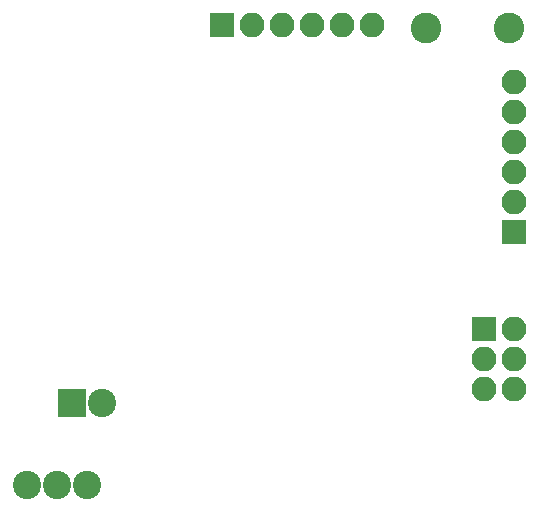
<source format=gbs>
%TF.GenerationSoftware,KiCad,Pcbnew,4.0.7*%
%TF.CreationDate,2018-10-18T17:54:17-04:00*%
%TF.ProjectId,GCEW_Glove,474345575F476C6F76652E6B69636164,1*%
%TF.FileFunction,Soldermask,Bot*%
%FSLAX46Y46*%
G04 Gerber Fmt 4.6, Leading zero omitted, Abs format (unit mm)*
G04 Created by KiCad (PCBNEW 4.0.7) date 10/18/18 17:54:17*
%MOMM*%
%LPD*%
G01*
G04 APERTURE LIST*
%ADD10C,0.100000*%
%ADD11R,2.400000X2.400000*%
%ADD12C,2.400000*%
%ADD13R,2.100000X2.100000*%
%ADD14O,2.100000X2.100000*%
%ADD15C,2.600000*%
G04 APERTURE END LIST*
D10*
D11*
X138480000Y-134770000D03*
D12*
X141020000Y-134770000D03*
D13*
X173350000Y-128500000D03*
D14*
X175890000Y-128500000D03*
X173350000Y-131040000D03*
X175890000Y-131040000D03*
X173350000Y-133580000D03*
X175890000Y-133580000D03*
D13*
X175900000Y-120275000D03*
D14*
X175900000Y-117735000D03*
X175900000Y-115195000D03*
X175900000Y-112655000D03*
X175900000Y-110115000D03*
X175900000Y-107575000D03*
D12*
X137200000Y-141700000D03*
X139740000Y-141700000D03*
X134660000Y-141700000D03*
D15*
X168475000Y-103000000D03*
X175475000Y-103000000D03*
D13*
X151175000Y-102800000D03*
D14*
X153715000Y-102800000D03*
X156255000Y-102800000D03*
X158795000Y-102800000D03*
X161335000Y-102800000D03*
X163875000Y-102800000D03*
M02*

</source>
